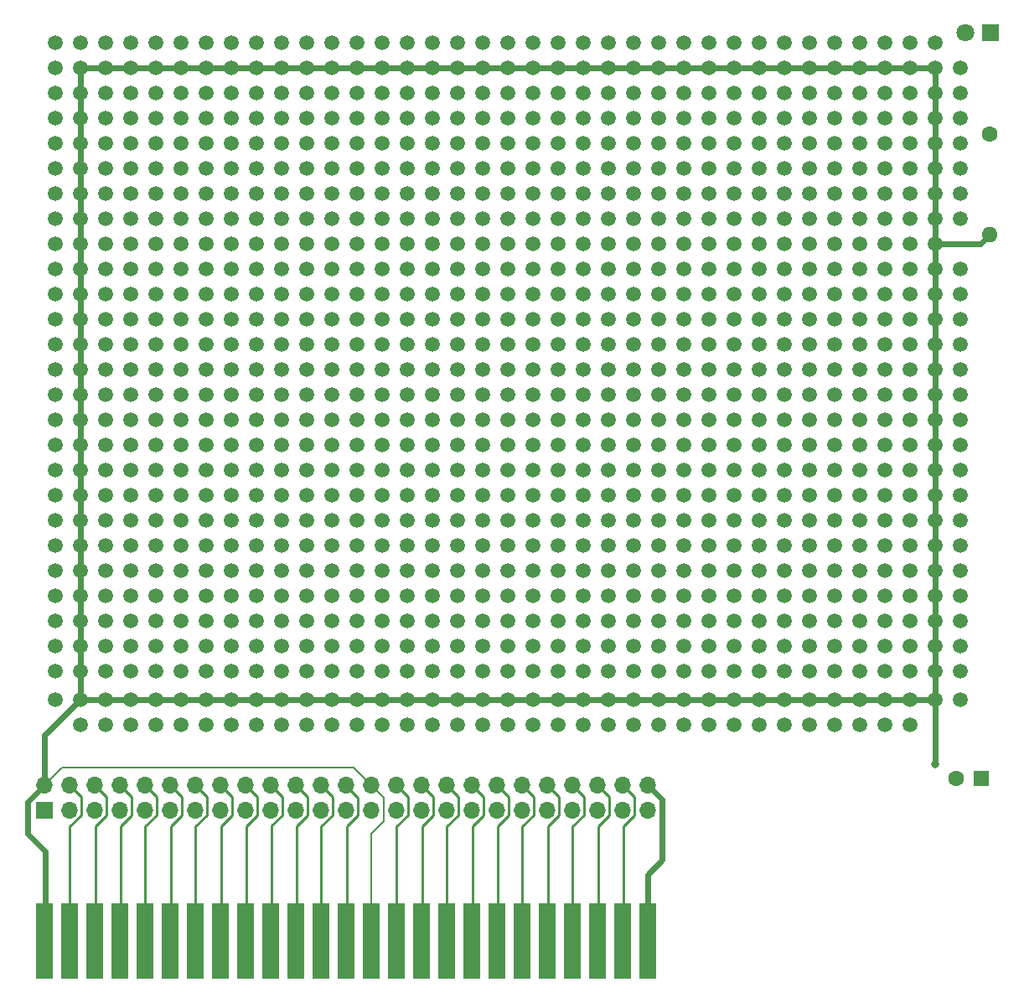
<source format=gbr>
G04 #@! TF.GenerationSoftware,KiCad,Pcbnew,7.0.7*
G04 #@! TF.CreationDate,2024-07-02T20:39:07-05:00*
G04 #@! TF.ProjectId,protoCard,70726f74-6f43-4617-9264-2e6b69636164,1.2*
G04 #@! TF.SameCoordinates,Original*
G04 #@! TF.FileFunction,Copper,L2,Bot*
G04 #@! TF.FilePolarity,Positive*
%FSLAX46Y46*%
G04 Gerber Fmt 4.6, Leading zero omitted, Abs format (unit mm)*
G04 Created by KiCad (PCBNEW 7.0.7) date 2024-07-02 20:39:07*
%MOMM*%
%LPD*%
G01*
G04 APERTURE LIST*
G04 #@! TA.AperFunction,ComponentPad*
%ADD10C,1.500000*%
G04 #@! TD*
G04 #@! TA.AperFunction,ComponentPad*
%ADD11R,1.800000X1.800000*%
G04 #@! TD*
G04 #@! TA.AperFunction,ComponentPad*
%ADD12C,1.800000*%
G04 #@! TD*
G04 #@! TA.AperFunction,ComponentPad*
%ADD13C,1.600000*%
G04 #@! TD*
G04 #@! TA.AperFunction,ComponentPad*
%ADD14O,1.600000X1.600000*%
G04 #@! TD*
G04 #@! TA.AperFunction,ComponentPad*
%ADD15R,1.700000X1.700000*%
G04 #@! TD*
G04 #@! TA.AperFunction,ComponentPad*
%ADD16O,1.700000X1.700000*%
G04 #@! TD*
G04 #@! TA.AperFunction,ComponentPad*
%ADD17R,1.600000X1.600000*%
G04 #@! TD*
G04 #@! TA.AperFunction,ConnectorPad*
%ADD18R,1.778000X7.620000*%
G04 #@! TD*
G04 #@! TA.AperFunction,ViaPad*
%ADD19C,0.800000*%
G04 #@! TD*
G04 #@! TA.AperFunction,Conductor*
%ADD20C,0.200000*%
G04 #@! TD*
G04 #@! TA.AperFunction,Conductor*
%ADD21C,0.600000*%
G04 #@! TD*
G04 #@! TA.AperFunction,Conductor*
%ADD22C,0.250000*%
G04 #@! TD*
G04 APERTURE END LIST*
D10*
X100580000Y-60000000D03*
X120900000Y-57460000D03*
X148840000Y-44760000D03*
X108200000Y-77780000D03*
X133600000Y-47300000D03*
X138680000Y-34600000D03*
X108200000Y-90480000D03*
X138680000Y-103500000D03*
X70100000Y-42220000D03*
X77720000Y-75240000D03*
X125980000Y-42220000D03*
X118360000Y-57460000D03*
X148840000Y-98100000D03*
X57400000Y-47300000D03*
X108200000Y-62540000D03*
X143760000Y-39680000D03*
X115820000Y-100950000D03*
X125980000Y-65080000D03*
X62480000Y-65080000D03*
X85340000Y-90480000D03*
X123440000Y-42220000D03*
X108200000Y-87940000D03*
X128520000Y-52380000D03*
X70100000Y-100950000D03*
X136140000Y-54920000D03*
X70100000Y-62540000D03*
X77720000Y-72700000D03*
X138680000Y-62540000D03*
X125980000Y-70160000D03*
X72640000Y-52380000D03*
X113280000Y-82860000D03*
X118360000Y-49840000D03*
X85340000Y-57460000D03*
X72640000Y-44760000D03*
X98040000Y-70160000D03*
X136140000Y-77780000D03*
X70100000Y-65080000D03*
X120900000Y-54920000D03*
X105660000Y-75240000D03*
X143760000Y-44760000D03*
X141220000Y-100950000D03*
X105660000Y-47300000D03*
X136140000Y-90480000D03*
X77720000Y-93020000D03*
X131060000Y-52380000D03*
X113280000Y-100950000D03*
X62480000Y-90480000D03*
X108200000Y-47300000D03*
X136140000Y-87940000D03*
X115820000Y-75240000D03*
X72640000Y-57460000D03*
X103120000Y-60000000D03*
X65020000Y-85400000D03*
X65020000Y-90480000D03*
X125980000Y-49840000D03*
X75180000Y-37140000D03*
X62480000Y-80320000D03*
X75180000Y-42220000D03*
X131060000Y-49840000D03*
X75180000Y-90480000D03*
X77720000Y-70160000D03*
X77720000Y-103500000D03*
X77720000Y-95560000D03*
X59940000Y-80320000D03*
X87880000Y-93020000D03*
X72640000Y-75240000D03*
X82800000Y-49840000D03*
X123440000Y-34600000D03*
X128520000Y-34600000D03*
X113280000Y-49840000D03*
X143760000Y-82860000D03*
X77720000Y-77780000D03*
X141220000Y-103500000D03*
X92960000Y-57460000D03*
X77720000Y-57460000D03*
X123440000Y-82860000D03*
X133600000Y-82860000D03*
X85340000Y-42220000D03*
X136140000Y-70160000D03*
X70100000Y-82860000D03*
X136140000Y-80320000D03*
X98040000Y-80320000D03*
X115820000Y-37140000D03*
X77720000Y-37140000D03*
X131060000Y-65080000D03*
X59940000Y-60000000D03*
X131060000Y-47300000D03*
X92960000Y-98100000D03*
X82800000Y-70160000D03*
X141220000Y-42220000D03*
X65020000Y-44760000D03*
X146300000Y-90480000D03*
X67560000Y-62540000D03*
X87880000Y-47300000D03*
X108200000Y-93020000D03*
X57400000Y-67620000D03*
X118360000Y-90480000D03*
X128520000Y-85400000D03*
X120900000Y-77780000D03*
X62480000Y-93020000D03*
X110740000Y-47300000D03*
X123440000Y-67620000D03*
X113280000Y-34600000D03*
X67560000Y-34600000D03*
X110740000Y-49840000D03*
X98040000Y-57460000D03*
X113280000Y-70160000D03*
X146300000Y-72700000D03*
X113280000Y-75240000D03*
X90420000Y-80320000D03*
X62480000Y-77780000D03*
X80260000Y-67620000D03*
X82800000Y-77780000D03*
X67560000Y-87940000D03*
X128520000Y-47300000D03*
X98040000Y-44760000D03*
X143760000Y-62540000D03*
X113280000Y-67620000D03*
X115820000Y-42220000D03*
X133600000Y-85400000D03*
X87880000Y-77780000D03*
X131060000Y-72700000D03*
X57400000Y-54920000D03*
X143760000Y-93020000D03*
X108200000Y-98100000D03*
X57400000Y-85400000D03*
X90420000Y-82860000D03*
X98040000Y-103500000D03*
X98040000Y-47300000D03*
X80260000Y-87940000D03*
X125980000Y-85400000D03*
X110740000Y-90480000D03*
X138680000Y-80320000D03*
X108200000Y-44760000D03*
X72640000Y-60000000D03*
X100580000Y-90480000D03*
X133600000Y-49840000D03*
X90420000Y-90480000D03*
X59940000Y-82860000D03*
X110740000Y-100950000D03*
X118360000Y-95560000D03*
X80260000Y-60000000D03*
X77720000Y-49840000D03*
X138680000Y-87940000D03*
X67560000Y-57460000D03*
X65020000Y-67620000D03*
X72640000Y-93020000D03*
X92960000Y-77780000D03*
X133600000Y-39680000D03*
X87880000Y-60000000D03*
X148840000Y-70160000D03*
X85340000Y-52380000D03*
X113280000Y-87940000D03*
X65020000Y-80320000D03*
X125980000Y-100950000D03*
X118360000Y-65080000D03*
X59940000Y-85400000D03*
X85340000Y-54920000D03*
X57400000Y-82860000D03*
X131060000Y-37140000D03*
X82800000Y-42220000D03*
X67560000Y-72700000D03*
X115820000Y-103500000D03*
X57400000Y-44760000D03*
X75180000Y-82860000D03*
X105660000Y-87940000D03*
X108200000Y-42220000D03*
X128520000Y-37140000D03*
X113280000Y-47300000D03*
X72640000Y-80320000D03*
X148840000Y-90480000D03*
X148840000Y-72700000D03*
X118360000Y-100950000D03*
X87880000Y-54920000D03*
X85340000Y-60000000D03*
X82800000Y-37140000D03*
X110740000Y-93020000D03*
X110740000Y-77780000D03*
X85340000Y-39680000D03*
X128520000Y-95560000D03*
X70100000Y-75240000D03*
X100580000Y-34600000D03*
X120900000Y-67620000D03*
X138680000Y-47300000D03*
X85340000Y-87940000D03*
X70100000Y-57460000D03*
X65020000Y-65080000D03*
X75180000Y-75240000D03*
X90420000Y-98100000D03*
X123440000Y-77780000D03*
X115820000Y-52380000D03*
X110740000Y-95560000D03*
X75180000Y-77780000D03*
X72640000Y-49840000D03*
X128520000Y-100950000D03*
X70100000Y-70160000D03*
X123440000Y-49840000D03*
X115820000Y-95560000D03*
X105660000Y-67620000D03*
X120900000Y-65080000D03*
X131060000Y-62540000D03*
X148840000Y-85400000D03*
X95500000Y-90480000D03*
X128520000Y-67620000D03*
X146300000Y-39680000D03*
X146300000Y-47300000D03*
X143760000Y-42220000D03*
X113280000Y-42220000D03*
X148840000Y-95560000D03*
X138680000Y-60000000D03*
X75180000Y-62540000D03*
X110740000Y-70160000D03*
X131060000Y-82860000D03*
X143760000Y-54920000D03*
X125980000Y-52380000D03*
X143760000Y-57460000D03*
X65020000Y-39680000D03*
X143760000Y-37140000D03*
X136140000Y-93020000D03*
X100580000Y-98100000D03*
X136140000Y-60000000D03*
X100580000Y-57460000D03*
X113280000Y-39680000D03*
X90420000Y-93020000D03*
X131060000Y-77780000D03*
X123440000Y-57460000D03*
X65020000Y-87940000D03*
X110740000Y-52380000D03*
X92960000Y-62540000D03*
X105660000Y-60000000D03*
X105660000Y-72700000D03*
X125980000Y-93020000D03*
X77720000Y-80320000D03*
X141220000Y-67620000D03*
X128520000Y-75240000D03*
X62480000Y-72700000D03*
X70100000Y-90480000D03*
X118360000Y-47300000D03*
X98040000Y-52380000D03*
X138680000Y-65080000D03*
X108200000Y-75240000D03*
X141220000Y-49840000D03*
X115820000Y-39680000D03*
X59940000Y-62540000D03*
X108200000Y-72700000D03*
X103120000Y-57460000D03*
X95500000Y-44760000D03*
X113280000Y-65080000D03*
X148840000Y-82860000D03*
X120900000Y-70160000D03*
X77720000Y-85400000D03*
X57400000Y-87940000D03*
X108200000Y-57460000D03*
X92960000Y-87940000D03*
X72640000Y-37140000D03*
X131060000Y-67620000D03*
X92960000Y-80320000D03*
X57400000Y-93020000D03*
X113280000Y-37140000D03*
X57400000Y-98100000D03*
X80260000Y-37140000D03*
X110740000Y-75240000D03*
X128520000Y-82860000D03*
X148840000Y-47300000D03*
X62480000Y-47300000D03*
X100580000Y-37140000D03*
X100580000Y-100950000D03*
X72640000Y-67620000D03*
X85340000Y-82860000D03*
X128520000Y-90480000D03*
X87880000Y-80320000D03*
X62480000Y-62540000D03*
X67560000Y-52380000D03*
X138680000Y-54920000D03*
X92960000Y-54920000D03*
X87880000Y-44760000D03*
X85340000Y-47300000D03*
X133600000Y-70160000D03*
X59940000Y-87940000D03*
X80260000Y-57460000D03*
X143760000Y-34600000D03*
X125980000Y-77780000D03*
X98040000Y-100950000D03*
X115820000Y-90480000D03*
X98040000Y-60000000D03*
X87880000Y-39680000D03*
X115820000Y-65080000D03*
X100580000Y-39680000D03*
X59940000Y-39680000D03*
X82800000Y-93020000D03*
X100580000Y-85400000D03*
X95500000Y-100950000D03*
X70100000Y-60000000D03*
X80260000Y-100950000D03*
X59940000Y-93020000D03*
X141220000Y-57460000D03*
X100580000Y-54920000D03*
X62480000Y-49840000D03*
X105660000Y-82860000D03*
X103120000Y-72700000D03*
X125980000Y-90480000D03*
X80260000Y-42220000D03*
X92960000Y-100950000D03*
X141220000Y-72700000D03*
X98040000Y-37140000D03*
X118360000Y-62540000D03*
X146300000Y-65080000D03*
X67560000Y-80320000D03*
X110740000Y-34600000D03*
X118360000Y-87940000D03*
X65020000Y-70160000D03*
X57400000Y-39680000D03*
X118360000Y-77780000D03*
X105660000Y-100950000D03*
X123440000Y-93020000D03*
X80260000Y-95560000D03*
X108200000Y-34600000D03*
X80260000Y-72700000D03*
X65020000Y-37140000D03*
X141220000Y-85400000D03*
X92960000Y-37140000D03*
X125980000Y-47300000D03*
X95500000Y-95560000D03*
X148840000Y-62540000D03*
X133600000Y-65080000D03*
X87880000Y-100950000D03*
X103120000Y-65080000D03*
X98040000Y-75240000D03*
X131060000Y-90480000D03*
X85340000Y-77780000D03*
X72640000Y-62540000D03*
X67560000Y-67620000D03*
X141220000Y-47300000D03*
X95500000Y-47300000D03*
X133600000Y-42220000D03*
X143760000Y-95560000D03*
X67560000Y-44760000D03*
X131060000Y-85400000D03*
X92960000Y-60000000D03*
X100580000Y-82860000D03*
X148840000Y-57460000D03*
X82800000Y-90480000D03*
X128520000Y-72700000D03*
X67560000Y-90480000D03*
X67560000Y-77780000D03*
X105660000Y-37140000D03*
X146300000Y-44760000D03*
X113280000Y-60000000D03*
X77720000Y-34600000D03*
X92960000Y-49840000D03*
X59940000Y-77780000D03*
X103120000Y-52380000D03*
X133600000Y-72700000D03*
X82800000Y-47300000D03*
X105660000Y-77780000D03*
X131060000Y-70160000D03*
X113280000Y-85400000D03*
X70100000Y-49840000D03*
X128520000Y-42220000D03*
X92960000Y-67620000D03*
X65020000Y-54920000D03*
X148840000Y-49840000D03*
X75180000Y-67620000D03*
X138680000Y-77780000D03*
X146300000Y-37140000D03*
X59940000Y-100950000D03*
X92960000Y-72700000D03*
X131060000Y-103500000D03*
X72640000Y-72700000D03*
X57400000Y-52380000D03*
X108200000Y-103500000D03*
X80260000Y-70160000D03*
X57400000Y-57460000D03*
X133600000Y-90480000D03*
X148840000Y-100950000D03*
X120900000Y-98100000D03*
X100580000Y-87940000D03*
X67560000Y-37140000D03*
X82800000Y-57460000D03*
X57400000Y-75240000D03*
X80260000Y-98100000D03*
X70100000Y-72700000D03*
X75180000Y-93020000D03*
X92960000Y-95560000D03*
X92960000Y-44760000D03*
X70100000Y-52380000D03*
X108200000Y-52380000D03*
X87880000Y-57460000D03*
X92960000Y-70160000D03*
X62480000Y-52380000D03*
X90420000Y-103500000D03*
D11*
X151940000Y-33560000D03*
D12*
X149400000Y-33560000D03*
D10*
X100580000Y-47300000D03*
X70100000Y-54920000D03*
X103120000Y-98100000D03*
X70100000Y-34600000D03*
X90420000Y-65080000D03*
X143760000Y-87940000D03*
X105660000Y-95560000D03*
X143760000Y-49840000D03*
X98040000Y-87940000D03*
X136140000Y-65080000D03*
X115820000Y-87940000D03*
X100580000Y-62540000D03*
X110740000Y-87940000D03*
X65020000Y-42220000D03*
X70100000Y-98100000D03*
X59940000Y-90480000D03*
X90420000Y-44760000D03*
X110740000Y-60000000D03*
X80260000Y-44760000D03*
X82800000Y-39680000D03*
X62480000Y-87940000D03*
X103120000Y-85400000D03*
X148840000Y-37140000D03*
X115820000Y-93020000D03*
X77720000Y-42220000D03*
X133600000Y-67620000D03*
X141220000Y-54920000D03*
X75180000Y-80320000D03*
X143760000Y-72700000D03*
X136140000Y-52380000D03*
X141220000Y-60000000D03*
X128520000Y-93020000D03*
X62480000Y-42220000D03*
X103120000Y-42220000D03*
X70100000Y-87940000D03*
X77720000Y-98100000D03*
X62480000Y-39680000D03*
X82800000Y-44760000D03*
X118360000Y-37140000D03*
X128520000Y-62540000D03*
X118360000Y-80320000D03*
X108200000Y-82860000D03*
X141220000Y-37140000D03*
X120900000Y-60000000D03*
X92960000Y-39680000D03*
X65020000Y-57460000D03*
X108200000Y-95560000D03*
X120900000Y-103500000D03*
X141220000Y-90480000D03*
X133600000Y-60000000D03*
X110740000Y-85400000D03*
X70100000Y-80320000D03*
X62480000Y-75240000D03*
X82800000Y-65080000D03*
X143760000Y-65080000D03*
X125980000Y-82860000D03*
X118360000Y-85400000D03*
X98040000Y-54920000D03*
X148840000Y-75240000D03*
X87880000Y-62540000D03*
X59940000Y-52380000D03*
X98040000Y-77780000D03*
X148840000Y-65080000D03*
X105660000Y-65080000D03*
D13*
X151850000Y-43840000D03*
D14*
X151850000Y-54000000D03*
D10*
X123440000Y-52380000D03*
X131060000Y-57460000D03*
X95500000Y-34600000D03*
X120900000Y-39680000D03*
X80260000Y-65080000D03*
X90420000Y-72700000D03*
X90420000Y-37140000D03*
X123440000Y-44760000D03*
X62480000Y-67620000D03*
X115820000Y-47300000D03*
X138680000Y-57460000D03*
X72640000Y-90480000D03*
X118360000Y-52380000D03*
X62480000Y-95560000D03*
X87880000Y-65080000D03*
X67560000Y-93020000D03*
X110740000Y-44760000D03*
X72640000Y-95560000D03*
X131060000Y-93020000D03*
X65020000Y-49840000D03*
X87880000Y-49840000D03*
X105660000Y-90480000D03*
X75180000Y-72700000D03*
X67560000Y-103500000D03*
X80260000Y-62540000D03*
X133600000Y-95560000D03*
X103120000Y-62540000D03*
X115820000Y-34600000D03*
X125980000Y-67620000D03*
X133600000Y-103500000D03*
X128520000Y-80320000D03*
X103120000Y-75240000D03*
X95500000Y-103500000D03*
X67560000Y-54920000D03*
X115820000Y-67620000D03*
X57400000Y-37140000D03*
X105660000Y-62540000D03*
X85340000Y-75240000D03*
X133600000Y-80320000D03*
X131060000Y-80320000D03*
X115820000Y-60000000D03*
X115820000Y-62540000D03*
X82800000Y-80320000D03*
X59940000Y-75240000D03*
X80260000Y-77780000D03*
X115820000Y-70160000D03*
X143760000Y-77780000D03*
X113280000Y-95560000D03*
X110740000Y-62540000D03*
X87880000Y-90480000D03*
X123440000Y-100950000D03*
X118360000Y-98100000D03*
X108200000Y-39680000D03*
X67560000Y-49840000D03*
X62480000Y-60000000D03*
X92960000Y-93020000D03*
X87880000Y-70160000D03*
X98040000Y-93020000D03*
X138680000Y-52380000D03*
X148840000Y-67620000D03*
X113280000Y-62540000D03*
X118360000Y-72700000D03*
D15*
X56320000Y-112160000D03*
D16*
X58860000Y-112160000D03*
X61400000Y-112160000D03*
X63940000Y-112160000D03*
X66480000Y-112160000D03*
X69020000Y-112160000D03*
X71560000Y-112160000D03*
X74100000Y-112160000D03*
X76640000Y-112160000D03*
X79180000Y-112160000D03*
X81720000Y-112160000D03*
X84260000Y-112160000D03*
X86800000Y-112160000D03*
X89340000Y-112160000D03*
X91880000Y-112160000D03*
X94420000Y-112160000D03*
X96960000Y-112160000D03*
X99500000Y-112160000D03*
X102040000Y-112160000D03*
X104580000Y-112160000D03*
X107120000Y-112160000D03*
X109660000Y-112160000D03*
X112200000Y-112160000D03*
X114740000Y-112160000D03*
X117280000Y-112160000D03*
X117280000Y-109620000D03*
X114740000Y-109620000D03*
X112200000Y-109620000D03*
X109660000Y-109620000D03*
X107120000Y-109620000D03*
X104580000Y-109620000D03*
X102040000Y-109620000D03*
X99500000Y-109620000D03*
X96960000Y-109620000D03*
X94420000Y-109620000D03*
X91880000Y-109620000D03*
X89340000Y-109620000D03*
X86800000Y-109620000D03*
X84260000Y-109620000D03*
X81720000Y-109620000D03*
X79180000Y-109620000D03*
X76640000Y-109620000D03*
X74100000Y-109620000D03*
X71560000Y-109620000D03*
X69020000Y-109620000D03*
X66480000Y-109620000D03*
X63940000Y-109620000D03*
X61400000Y-109620000D03*
X58860000Y-109620000D03*
X56320000Y-109620000D03*
D10*
X118360000Y-60000000D03*
X118360000Y-54920000D03*
X103120000Y-80320000D03*
X57400000Y-62540000D03*
X72640000Y-77780000D03*
X118360000Y-103500000D03*
X82800000Y-95560000D03*
X57400000Y-77780000D03*
X90420000Y-95560000D03*
X103120000Y-90480000D03*
X85340000Y-95560000D03*
X75180000Y-87940000D03*
X72640000Y-87940000D03*
X100580000Y-103500000D03*
X75180000Y-52380000D03*
X82800000Y-72700000D03*
X108200000Y-49840000D03*
X80260000Y-80320000D03*
X123440000Y-87940000D03*
X100580000Y-77780000D03*
X120900000Y-47300000D03*
X90420000Y-34600000D03*
X138680000Y-70160000D03*
X80260000Y-82860000D03*
X115820000Y-44760000D03*
X128520000Y-39680000D03*
X57400000Y-49840000D03*
X136140000Y-85400000D03*
X59940000Y-72700000D03*
X118360000Y-44760000D03*
X57400000Y-42220000D03*
X118360000Y-93020000D03*
X125980000Y-80320000D03*
X125980000Y-75240000D03*
X90420000Y-57460000D03*
X141220000Y-98100000D03*
X103120000Y-49840000D03*
X118360000Y-42220000D03*
X59940000Y-54920000D03*
X136140000Y-82860000D03*
X113280000Y-90480000D03*
X108200000Y-60000000D03*
X72640000Y-54920000D03*
X123440000Y-103500000D03*
X146300000Y-54920000D03*
X67560000Y-42220000D03*
X105660000Y-52380000D03*
X120900000Y-34600000D03*
X136140000Y-34600000D03*
X59940000Y-34600000D03*
X85340000Y-67620000D03*
X90420000Y-77780000D03*
X143760000Y-60000000D03*
X100580000Y-75240000D03*
X70100000Y-47300000D03*
X136140000Y-44760000D03*
X131060000Y-75240000D03*
X133600000Y-54920000D03*
X98040000Y-98100000D03*
X95500000Y-52380000D03*
D17*
X150945113Y-108960000D03*
D13*
X148445113Y-108960000D03*
D10*
X113280000Y-80320000D03*
X65020000Y-103500000D03*
X146300000Y-60000000D03*
X123440000Y-39680000D03*
X146300000Y-70160000D03*
X113280000Y-57460000D03*
X143760000Y-98100000D03*
X108200000Y-67620000D03*
X77720000Y-47300000D03*
X59940000Y-67620000D03*
X95500000Y-70160000D03*
X85340000Y-49840000D03*
X67560000Y-82860000D03*
X72640000Y-34600000D03*
X59940000Y-42220000D03*
X100580000Y-72700000D03*
X110740000Y-67620000D03*
X75180000Y-65080000D03*
X77720000Y-67620000D03*
X95500000Y-93020000D03*
X131060000Y-44760000D03*
X146300000Y-67620000D03*
X146300000Y-75240000D03*
X87880000Y-82860000D03*
X62480000Y-57460000D03*
X120900000Y-62540000D03*
X98040000Y-49840000D03*
X70100000Y-44760000D03*
X70100000Y-85400000D03*
X87880000Y-42220000D03*
X120900000Y-100950000D03*
X57400000Y-90480000D03*
X131060000Y-95560000D03*
X57400000Y-100950000D03*
X103120000Y-82860000D03*
X59940000Y-95560000D03*
X80260000Y-85400000D03*
X128520000Y-65080000D03*
X82800000Y-87940000D03*
X143760000Y-90480000D03*
X103120000Y-77780000D03*
X72640000Y-103500000D03*
X133600000Y-52380000D03*
X62480000Y-44760000D03*
X136140000Y-42220000D03*
X87880000Y-52380000D03*
X136140000Y-75240000D03*
X92960000Y-34600000D03*
X103120000Y-100950000D03*
X95500000Y-57460000D03*
X141220000Y-34600000D03*
X123440000Y-65080000D03*
X115820000Y-80320000D03*
X120900000Y-87940000D03*
X72640000Y-47300000D03*
X77720000Y-52380000D03*
X80260000Y-103500000D03*
X120900000Y-80320000D03*
X146300000Y-57460000D03*
X141220000Y-95560000D03*
X146300000Y-49840000D03*
X90420000Y-100950000D03*
X57400000Y-34600000D03*
X92960000Y-85400000D03*
X110740000Y-72700000D03*
X128520000Y-60000000D03*
X113280000Y-72700000D03*
X72640000Y-70160000D03*
X123440000Y-90480000D03*
X123440000Y-70160000D03*
X110740000Y-82860000D03*
X138680000Y-85400000D03*
X59940000Y-103500000D03*
X123440000Y-98100000D03*
X92960000Y-103500000D03*
X85340000Y-44760000D03*
X138680000Y-39680000D03*
X141220000Y-80320000D03*
X82800000Y-67620000D03*
X120900000Y-85400000D03*
X143760000Y-80320000D03*
X120900000Y-49840000D03*
X59940000Y-49840000D03*
X95500000Y-62540000D03*
X98040000Y-90480000D03*
X115820000Y-82860000D03*
X146300000Y-77780000D03*
X75180000Y-103500000D03*
X125980000Y-103500000D03*
X65020000Y-75240000D03*
X136140000Y-98100000D03*
X67560000Y-65080000D03*
X115820000Y-57460000D03*
X128520000Y-103500000D03*
X123440000Y-62540000D03*
X120900000Y-42220000D03*
X75180000Y-44760000D03*
X136140000Y-95560000D03*
X95500000Y-37140000D03*
X128520000Y-54920000D03*
X103120000Y-37140000D03*
X120900000Y-37140000D03*
X148840000Y-39680000D03*
X85340000Y-80320000D03*
X77720000Y-82860000D03*
X133600000Y-75240000D03*
X65020000Y-93020000D03*
X143760000Y-103500000D03*
X59940000Y-70160000D03*
X103120000Y-44760000D03*
X105660000Y-44760000D03*
X105660000Y-42220000D03*
X125980000Y-37140000D03*
X115820000Y-54920000D03*
X105660000Y-93020000D03*
X95500000Y-98100000D03*
X103120000Y-34600000D03*
X125980000Y-57460000D03*
X108200000Y-54920000D03*
X65020000Y-82860000D03*
X59940000Y-57460000D03*
X120900000Y-44760000D03*
X92960000Y-90480000D03*
X110740000Y-65080000D03*
X133600000Y-93020000D03*
X90420000Y-85400000D03*
X57400000Y-70160000D03*
X72640000Y-42220000D03*
X138680000Y-90480000D03*
X148840000Y-52380000D03*
X108200000Y-65080000D03*
X131060000Y-98100000D03*
X125980000Y-34600000D03*
X120900000Y-90480000D03*
X72640000Y-65080000D03*
X57400000Y-60000000D03*
X136140000Y-100950000D03*
X90420000Y-70160000D03*
X125980000Y-54920000D03*
X95500000Y-54920000D03*
X85340000Y-100950000D03*
X143760000Y-67620000D03*
X115820000Y-98100000D03*
X90420000Y-54920000D03*
X113280000Y-93020000D03*
X62480000Y-98100000D03*
X82800000Y-75240000D03*
X65020000Y-100950000D03*
X62480000Y-85400000D03*
X72640000Y-82860000D03*
X148840000Y-93020000D03*
X77720000Y-100950000D03*
X82800000Y-60000000D03*
X80260000Y-49840000D03*
X90420000Y-39680000D03*
X72640000Y-39680000D03*
X110740000Y-103500000D03*
X72640000Y-85400000D03*
X141220000Y-65080000D03*
X138680000Y-37140000D03*
X143760000Y-75240000D03*
X123440000Y-85400000D03*
X146300000Y-34600000D03*
X115820000Y-77780000D03*
X98040000Y-42220000D03*
X136140000Y-103500000D03*
X77720000Y-90480000D03*
X62480000Y-54920000D03*
X136140000Y-62540000D03*
X95500000Y-75240000D03*
X77720000Y-39680000D03*
X90420000Y-60000000D03*
X118360000Y-39680000D03*
X143760000Y-100950000D03*
X67560000Y-39680000D03*
X125980000Y-39680000D03*
X105660000Y-98100000D03*
X67560000Y-95560000D03*
X87880000Y-98100000D03*
X136140000Y-49840000D03*
X62480000Y-100950000D03*
X82800000Y-52380000D03*
X131060000Y-42220000D03*
X92960000Y-47300000D03*
X75180000Y-85400000D03*
X92960000Y-52380000D03*
X131060000Y-87940000D03*
X103120000Y-70160000D03*
X67560000Y-100950000D03*
X100580000Y-49840000D03*
X95500000Y-49840000D03*
X108200000Y-80320000D03*
X138680000Y-75240000D03*
X87880000Y-95560000D03*
X77720000Y-65080000D03*
X67560000Y-47300000D03*
X98040000Y-67620000D03*
X65020000Y-98100000D03*
X133600000Y-77780000D03*
X110740000Y-98100000D03*
X87880000Y-67620000D03*
X90420000Y-49840000D03*
X95500000Y-82860000D03*
X72640000Y-100950000D03*
X103120000Y-39680000D03*
X87880000Y-72700000D03*
X59940000Y-98100000D03*
X95500000Y-65080000D03*
X103120000Y-93020000D03*
X103120000Y-47300000D03*
X95500000Y-42220000D03*
X95500000Y-77780000D03*
X59940000Y-44760000D03*
X141220000Y-82860000D03*
X113280000Y-98100000D03*
X120900000Y-82860000D03*
X128520000Y-70160000D03*
X87880000Y-85400000D03*
X67560000Y-70160000D03*
X138680000Y-93020000D03*
X65020000Y-52380000D03*
X90420000Y-62540000D03*
X108200000Y-85400000D03*
X98040000Y-62540000D03*
X65020000Y-72700000D03*
X103120000Y-87940000D03*
X110740000Y-39680000D03*
X92960000Y-42220000D03*
X146300000Y-85400000D03*
X113280000Y-44760000D03*
X62480000Y-37140000D03*
X92960000Y-65080000D03*
X67560000Y-60000000D03*
X59940000Y-65080000D03*
X105660000Y-70160000D03*
X123440000Y-80320000D03*
X133600000Y-100950000D03*
X136140000Y-72700000D03*
X98040000Y-34600000D03*
X146300000Y-100950000D03*
X105660000Y-85400000D03*
X75180000Y-100950000D03*
X100580000Y-70160000D03*
X85340000Y-37140000D03*
X75180000Y-70160000D03*
X105660000Y-39680000D03*
X75180000Y-49840000D03*
X131060000Y-60000000D03*
X77720000Y-62540000D03*
X136140000Y-67620000D03*
X123440000Y-54920000D03*
X146300000Y-93020000D03*
X100580000Y-67620000D03*
X108200000Y-70160000D03*
X113280000Y-77780000D03*
X123440000Y-47300000D03*
X146300000Y-42220000D03*
X133600000Y-57460000D03*
X90420000Y-52380000D03*
X70100000Y-103500000D03*
X57400000Y-65080000D03*
X123440000Y-72700000D03*
X136140000Y-47300000D03*
X70100000Y-39680000D03*
X67560000Y-98100000D03*
X138680000Y-44760000D03*
X92960000Y-82860000D03*
X143760000Y-70160000D03*
X113280000Y-52380000D03*
X146300000Y-95560000D03*
X115820000Y-85400000D03*
X57400000Y-80320000D03*
X82800000Y-54920000D03*
X65020000Y-47300000D03*
X136140000Y-37140000D03*
X95500000Y-60000000D03*
X90420000Y-47300000D03*
X98040000Y-65080000D03*
X82800000Y-103500000D03*
X87880000Y-75240000D03*
X85340000Y-65080000D03*
X148840000Y-60000000D03*
X72640000Y-98100000D03*
X90420000Y-67620000D03*
X143760000Y-85400000D03*
X65020000Y-77780000D03*
X100580000Y-44760000D03*
X80260000Y-39680000D03*
X146300000Y-62540000D03*
X80260000Y-54920000D03*
X143760000Y-52380000D03*
X125980000Y-60000000D03*
X57400000Y-95560000D03*
X100580000Y-80320000D03*
X138680000Y-42220000D03*
X125980000Y-98100000D03*
X70100000Y-67620000D03*
X138680000Y-49840000D03*
X87880000Y-103500000D03*
X105660000Y-80320000D03*
X113280000Y-54920000D03*
X123440000Y-75240000D03*
X87880000Y-87940000D03*
X120900000Y-75240000D03*
X62480000Y-82860000D03*
X148840000Y-42220000D03*
X77720000Y-87940000D03*
X103120000Y-54920000D03*
X110740000Y-42220000D03*
X67560000Y-75240000D03*
X82800000Y-62540000D03*
X120900000Y-52380000D03*
X80260000Y-90480000D03*
X82800000Y-98100000D03*
X85340000Y-98100000D03*
X82800000Y-82860000D03*
X133600000Y-44760000D03*
X146300000Y-87940000D03*
X128520000Y-57460000D03*
X85340000Y-85400000D03*
X138680000Y-72700000D03*
X98040000Y-85400000D03*
X141220000Y-39680000D03*
X138680000Y-95560000D03*
X75180000Y-57460000D03*
X80260000Y-75240000D03*
X131060000Y-100950000D03*
X98040000Y-95560000D03*
X128520000Y-77780000D03*
X67560000Y-85400000D03*
X118360000Y-34600000D03*
X95500000Y-39680000D03*
X125980000Y-62540000D03*
X141220000Y-70160000D03*
X77720000Y-44760000D03*
X141220000Y-52380000D03*
X70100000Y-37140000D03*
X105660000Y-54920000D03*
X75180000Y-54920000D03*
X85340000Y-103500000D03*
X90420000Y-42220000D03*
D18*
X117260000Y-125400000D03*
X114720000Y-125400000D03*
X112180000Y-125400000D03*
X109640000Y-125400000D03*
X107100000Y-125400000D03*
X104560000Y-125400000D03*
X102020000Y-125400000D03*
X99480000Y-125400000D03*
X96940000Y-125400000D03*
X94400000Y-125400000D03*
X91860000Y-125400000D03*
X89320000Y-125400000D03*
X86780000Y-125400000D03*
X84240000Y-125400000D03*
X81700000Y-125400000D03*
X79160000Y-125400000D03*
X76620000Y-125400000D03*
X74080000Y-125400000D03*
X71540000Y-125400000D03*
X69000000Y-125400000D03*
X66460000Y-125400000D03*
X63920000Y-125400000D03*
X61380000Y-125400000D03*
X58840000Y-125400000D03*
X56300000Y-125400000D03*
D10*
X115820000Y-72700000D03*
X80260000Y-34600000D03*
X100580000Y-95560000D03*
X100580000Y-65080000D03*
X125980000Y-95560000D03*
X95500000Y-87940000D03*
X120900000Y-95560000D03*
X123440000Y-37140000D03*
X85340000Y-34600000D03*
X75180000Y-60000000D03*
X138680000Y-100950000D03*
X148840000Y-80320000D03*
X59940000Y-47300000D03*
X87880000Y-37140000D03*
X141220000Y-77780000D03*
X105660000Y-57460000D03*
X98040000Y-72700000D03*
X133600000Y-37140000D03*
X148840000Y-87940000D03*
X85340000Y-72700000D03*
X118360000Y-67620000D03*
X141220000Y-93020000D03*
X95500000Y-85400000D03*
X136140000Y-57460000D03*
X146300000Y-98100000D03*
X75180000Y-95560000D03*
X98040000Y-39680000D03*
X80260000Y-52380000D03*
X62480000Y-70160000D03*
X108200000Y-37140000D03*
X133600000Y-98100000D03*
X75180000Y-98100000D03*
X62480000Y-103500000D03*
X146300000Y-52380000D03*
X141220000Y-44760000D03*
X138680000Y-67620000D03*
X62480000Y-34600000D03*
X95500000Y-72700000D03*
X95500000Y-67620000D03*
X103120000Y-67620000D03*
X118360000Y-75240000D03*
X98040000Y-82860000D03*
X80260000Y-47300000D03*
X70100000Y-95560000D03*
X125980000Y-44760000D03*
X141220000Y-62540000D03*
X65020000Y-95560000D03*
X82800000Y-34600000D03*
X65020000Y-34600000D03*
X75180000Y-34600000D03*
X100580000Y-42220000D03*
X105660000Y-103500000D03*
X90420000Y-87940000D03*
X92960000Y-75240000D03*
X123440000Y-60000000D03*
X90420000Y-75240000D03*
X85340000Y-62540000D03*
X125980000Y-87940000D03*
X110740000Y-54920000D03*
X110740000Y-57460000D03*
X65020000Y-62540000D03*
X133600000Y-87940000D03*
X77720000Y-54920000D03*
X148840000Y-77780000D03*
X143760000Y-47300000D03*
X65020000Y-60000000D03*
X141220000Y-87940000D03*
X77720000Y-60000000D03*
X59940000Y-37140000D03*
X100580000Y-52380000D03*
X128520000Y-87940000D03*
X103120000Y-103500000D03*
X105660000Y-34600000D03*
X115820000Y-49840000D03*
X103120000Y-95560000D03*
X105660000Y-49840000D03*
X110740000Y-80320000D03*
X125980000Y-72700000D03*
X118360000Y-70160000D03*
X138680000Y-98100000D03*
X113280000Y-103500000D03*
X131060000Y-54920000D03*
X87880000Y-34600000D03*
X100580000Y-93020000D03*
X70100000Y-77780000D03*
X128520000Y-49840000D03*
X133600000Y-62540000D03*
X85340000Y-93020000D03*
X108200000Y-100950000D03*
X146300000Y-80320000D03*
X110740000Y-37140000D03*
X82800000Y-100950000D03*
X118360000Y-82860000D03*
X80260000Y-93020000D03*
X95500000Y-80320000D03*
X146300000Y-82860000D03*
X138680000Y-82860000D03*
X128520000Y-44760000D03*
X120900000Y-72700000D03*
X128520000Y-98100000D03*
X75180000Y-39680000D03*
X57400000Y-72700000D03*
X136140000Y-39680000D03*
X133600000Y-34600000D03*
X123440000Y-95560000D03*
X85340000Y-70160000D03*
X131060000Y-34600000D03*
X141220000Y-75240000D03*
X131060000Y-39680000D03*
X75180000Y-47300000D03*
X82800000Y-85400000D03*
X120900000Y-93020000D03*
X70100000Y-93020000D03*
D19*
X146300000Y-107500000D03*
D20*
X89340000Y-109620000D02*
X87560000Y-107840000D01*
X87560000Y-107840000D02*
X58100000Y-107840000D01*
X58100000Y-107840000D02*
X56320000Y-109620000D01*
D21*
X117280000Y-109620000D02*
X118750000Y-111090000D01*
X117260000Y-118640000D02*
X117260000Y-125400000D01*
X118750000Y-111090000D02*
X118750000Y-117150000D01*
X118750000Y-117150000D02*
X117260000Y-118640000D01*
D22*
X60035000Y-110795000D02*
X60035000Y-112646701D01*
X58900000Y-125340000D02*
X58840000Y-125400000D01*
X60035000Y-112646701D02*
X58900000Y-113781701D01*
X58860000Y-109620000D02*
X60035000Y-110795000D01*
X58900000Y-113781701D02*
X58900000Y-125340000D01*
X61400000Y-109620000D02*
X62575000Y-110795000D01*
X61500000Y-125280000D02*
X61380000Y-125400000D01*
X62575000Y-112646701D02*
X61500000Y-113721701D01*
X61500000Y-113721701D02*
X61500000Y-125280000D01*
X62575000Y-110795000D02*
X62575000Y-112646701D01*
X65115000Y-110795000D02*
X65115000Y-112646701D01*
X64000000Y-113761701D02*
X64000000Y-125320000D01*
X63940000Y-109620000D02*
X65115000Y-110795000D01*
X65115000Y-112646701D02*
X64000000Y-113761701D01*
X64000000Y-125320000D02*
X63920000Y-125400000D01*
X67655000Y-110795000D02*
X67655000Y-112646701D01*
X66480000Y-109620000D02*
X67655000Y-110795000D01*
X66500000Y-125360000D02*
X66460000Y-125400000D01*
X66500000Y-113801701D02*
X66500000Y-125360000D01*
X67655000Y-112646701D02*
X66500000Y-113801701D01*
D21*
X59940000Y-37140000D02*
X146300000Y-37140000D01*
X92960000Y-100950000D02*
X90420000Y-100950000D01*
D20*
X89320000Y-125400000D02*
X89320000Y-114540000D01*
D21*
X59940000Y-100950000D02*
X146300000Y-100950000D01*
X54600000Y-111340000D02*
X54600000Y-114500000D01*
D20*
X89320000Y-114540000D02*
X90600000Y-113260000D01*
D21*
X56320000Y-109620000D02*
X56320000Y-104570000D01*
X54600000Y-114500000D02*
X56400000Y-116300000D01*
X56400000Y-125300000D02*
X56300000Y-125400000D01*
X59940000Y-100950000D02*
X59940000Y-37140000D01*
X56400000Y-116300000D02*
X56400000Y-125300000D01*
X56320000Y-109620000D02*
X54600000Y-111340000D01*
X146300000Y-37140000D02*
X146300000Y-100950000D01*
X146300000Y-107500000D02*
X146300000Y-100950000D01*
D20*
X90600000Y-110880000D02*
X89340000Y-109620000D01*
D21*
X56320000Y-104570000D02*
X59940000Y-100950000D01*
D20*
X90600000Y-113260000D02*
X90600000Y-110880000D01*
D21*
X87880000Y-100950000D02*
X90420000Y-100950000D01*
X151850000Y-54000000D02*
X150930000Y-54920000D01*
X150930000Y-54920000D02*
X146300000Y-54920000D01*
D22*
X113375000Y-112646701D02*
X112300000Y-113721701D01*
X112200000Y-109620000D02*
X113375000Y-110795000D01*
X112300000Y-113721701D02*
X112300000Y-125280000D01*
X112300000Y-125280000D02*
X112180000Y-125400000D01*
X113375000Y-110795000D02*
X113375000Y-112646701D01*
X109700000Y-125340000D02*
X109640000Y-125400000D01*
X109700000Y-113781701D02*
X109700000Y-125340000D01*
X110835000Y-110795000D02*
X110835000Y-112646701D01*
X110835000Y-112646701D02*
X109700000Y-113781701D01*
X109660000Y-109620000D02*
X110835000Y-110795000D01*
X107200000Y-125300000D02*
X107100000Y-125400000D01*
X108295000Y-110795000D02*
X108295000Y-112646701D01*
X107120000Y-109620000D02*
X108295000Y-110795000D01*
X107200000Y-113741701D02*
X107200000Y-125300000D01*
X108295000Y-112646701D02*
X107200000Y-113741701D01*
X105755000Y-110795000D02*
X105755000Y-112646701D01*
X105755000Y-112646701D02*
X104600000Y-113801701D01*
X104580000Y-109620000D02*
X105755000Y-110795000D01*
X104600000Y-113801701D02*
X104600000Y-125360000D01*
X104600000Y-125360000D02*
X104560000Y-125400000D01*
X102100000Y-113761701D02*
X102100000Y-125320000D01*
X102040000Y-109620000D02*
X103215000Y-110795000D01*
X103215000Y-110795000D02*
X103215000Y-112646701D01*
X103215000Y-112646701D02*
X102100000Y-113761701D01*
X102100000Y-125320000D02*
X102020000Y-125400000D01*
X91900000Y-113801701D02*
X91900000Y-125360000D01*
X93055000Y-112646701D02*
X91900000Y-113801701D01*
X91900000Y-125360000D02*
X91860000Y-125400000D01*
X93055000Y-110795000D02*
X93055000Y-112646701D01*
X91880000Y-109620000D02*
X93055000Y-110795000D01*
X95595000Y-112646701D02*
X94500000Y-113741701D01*
X94500000Y-113741701D02*
X94500000Y-125300000D01*
X95595000Y-110795000D02*
X95595000Y-112646701D01*
X94500000Y-125300000D02*
X94400000Y-125400000D01*
X94420000Y-109620000D02*
X95595000Y-110795000D01*
X115915000Y-112646701D02*
X114800000Y-113761701D01*
X114800000Y-125320000D02*
X114720000Y-125400000D01*
X114740000Y-109620000D02*
X115915000Y-110795000D01*
X114800000Y-113761701D02*
X114800000Y-125320000D01*
X115915000Y-110795000D02*
X115915000Y-112646701D01*
X99500000Y-109620000D02*
X100675000Y-110795000D01*
X99600000Y-125280000D02*
X99480000Y-125400000D01*
X99600000Y-113721701D02*
X99600000Y-125280000D01*
X100675000Y-110795000D02*
X100675000Y-112646701D01*
X100675000Y-112646701D02*
X99600000Y-113721701D01*
X87975000Y-110875000D02*
X87975000Y-112646701D01*
X86800000Y-109620000D02*
X86800000Y-109700000D01*
X86900000Y-125280000D02*
X86780000Y-125400000D01*
X86800000Y-109700000D02*
X87975000Y-110875000D01*
X87975000Y-112646701D02*
X86900000Y-113721701D01*
X86900000Y-113721701D02*
X86900000Y-125280000D01*
X84300000Y-125340000D02*
X84240000Y-125400000D01*
X84300000Y-113781701D02*
X84300000Y-125340000D01*
X85435000Y-112646701D02*
X84300000Y-113781701D01*
X85435000Y-110795000D02*
X85435000Y-112646701D01*
X84260000Y-109620000D02*
X85435000Y-110795000D01*
X81800000Y-125300000D02*
X81700000Y-125400000D01*
X82895000Y-110795000D02*
X82895000Y-112646701D01*
X81720000Y-109620000D02*
X82895000Y-110795000D01*
X82895000Y-112646701D02*
X81800000Y-113741701D01*
X81800000Y-113741701D02*
X81800000Y-125300000D01*
X79300000Y-125260000D02*
X79160000Y-125400000D01*
X80355000Y-110795000D02*
X80355000Y-112646701D01*
X80355000Y-112646701D02*
X79300000Y-113701701D01*
X79300000Y-113701701D02*
X79300000Y-125260000D01*
X79180000Y-109620000D02*
X80355000Y-110795000D01*
X77815000Y-110795000D02*
X77815000Y-112646701D01*
X77815000Y-112646701D02*
X76700000Y-113761701D01*
X76640000Y-109620000D02*
X77815000Y-110795000D01*
X76700000Y-125320000D02*
X76620000Y-125400000D01*
X76700000Y-113761701D02*
X76700000Y-125320000D01*
X74200000Y-125280000D02*
X74080000Y-125400000D01*
X74100000Y-109620000D02*
X75275000Y-110795000D01*
X75275000Y-110795000D02*
X75275000Y-112646701D01*
X74200000Y-113721701D02*
X74200000Y-125280000D01*
X75275000Y-112646701D02*
X74200000Y-113721701D01*
X71600000Y-125340000D02*
X71540000Y-125400000D01*
X71560000Y-109620000D02*
X72735000Y-110795000D01*
X72735000Y-112646701D02*
X71600000Y-113781701D01*
X72735000Y-110795000D02*
X72735000Y-112646701D01*
X71600000Y-113781701D02*
X71600000Y-125340000D01*
X69100000Y-125300000D02*
X69000000Y-125400000D01*
X70195000Y-110795000D02*
X70195000Y-112646701D01*
X70195000Y-112646701D02*
X69100000Y-113741701D01*
X69100000Y-113741701D02*
X69100000Y-125300000D01*
X69020000Y-109620000D02*
X70195000Y-110795000D01*
X98135000Y-110795000D02*
X98135000Y-112646701D01*
X98135000Y-112646701D02*
X97000000Y-113781701D01*
X97000000Y-113781701D02*
X97000000Y-125340000D01*
X97000000Y-125340000D02*
X96940000Y-125400000D01*
X96960000Y-109620000D02*
X98135000Y-110795000D01*
M02*

</source>
